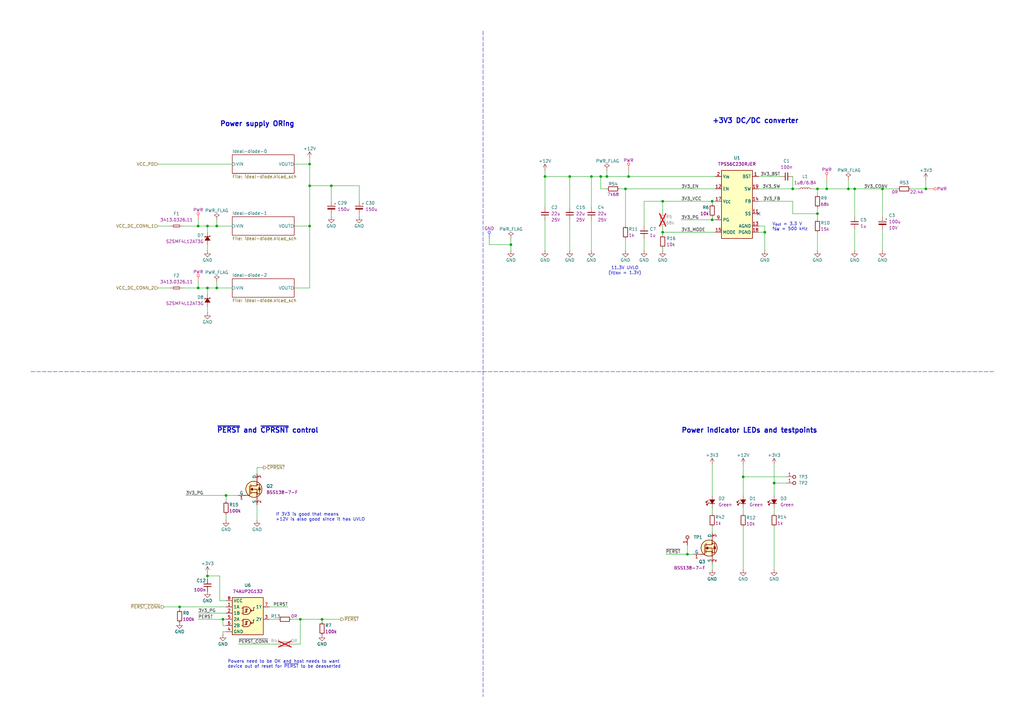
<source format=kicad_sch>
(kicad_sch (version 20250114) (generator "eeschema") (generator_version "9.0")
  (paper "A3")
  (title_block (title "OCuLink to PCIe adapter") (date "2025-06-18") (rev "1.0.0") (company "Antmicro Ltd") (comment 1 "www.antmicro.com"))
  (text "If 3V3 is good that means\n+12V is also good since it has UVLO" (at 113.03 212.09 0) (effects (font (size 1.27 1.27)) (justify left)))
  (text "Power supply ORing" (at 90.17 52.07 0) (effects (font (size 2 2) (thickness 0.4) (bold yes)) (justify left bottom)))
  (text "Powers need to be OK and host needs to want\ndevice out of reset for ~{PERST} to be deasserted" (at 93.345 272.415 0) (effects (font (size 1.27 1.27)) (justify left)))
  (text "V_{out} = 3.3 V\nf_{SW} = 500 kHz" (at 316.738 94.742 0) (effects (font (size 1.27 1.27)) (justify left bottom)))
  (text "+3V3 DC/DC converter" (at 292.1 50.8 0) (effects (font (size 2 2) (thickness 0.4) (bold yes)) (justify left bottom)))
  (text "11.3V UVLO\n(V_{ENH} = 1.3V)" (at 256.286 110.998 0) (effects (font (size 1.27 1.27))))
  (text "Power indicator LEDs and testpoints" (at 279.4 177.8 0) (effects (font (size 2 2) (thickness 0.4) (bold yes)) (justify left bottom)))
  (text "~{PERST} and ~{CPRSNT} control" (at 88.9 177.8 0) (effects (font (size 2 2) (thickness 0.4) (bold yes)) (justify left bottom)))
  (junction (at 292.1 90.17))
  (junction (at 81.28 92.71))
  (junction (at 350.52 77.47))
  (junction (at 248.92 72.39))
  (junction (at 233.68 72.39))
  (junction (at 81.28 118.11))
  (junction (at 242.57 72.39))
  (junction (at 127 76.2))
  (junction (at 88.9 92.71))
  (junction (at 271.78 95.25))
  (junction (at 246.38 72.39))
  (junction (at 91.44 254))
  (junction (at 335.28 87.63))
  (junction (at 88.9 118.11))
  (junction (at 335.28 77.47))
  (junction (at 73.66 248.92))
  (junction (at 313.69 95.25))
  (junction (at 257.81 72.39))
  (junction (at 271.78 82.55))
  (junction (at 85.09 118.11))
  (junction (at 317.5 198.12))
  (junction (at 361.95 77.47))
  (junction (at 127 67.31))
  (junction (at 379.73 77.47))
  (junction (at 256.54 77.47))
  (junction (at 123.19 254))
  (junction (at 304.8 195.58))
  (junction (at 85.09 236.22))
  (junction (at 92.71 203.2))
  (junction (at 292.1 82.55))
  (junction (at 85.09 92.71))
  (junction (at 127 92.71))
  (junction (at 223.52 72.39))
  (junction (at 209.55 100.33))
  (junction (at 135.89 76.2))
  (junction (at 132.08 254))
  (junction (at 281.94 227.33))
  (junction (at 347.98 77.47))
  (junction (at 339.09 77.47))
  (junction (at 325.12 77.47))
  (no_connect (at 311.15 87.63))
  (wire (pts (xy 91.44 259.08) (xy 92.71 259.08)))
  (wire (pts (xy 304.8 208.28) (xy 304.8 210.82)))
  (wire (pts (xy 313.69 102.87) (xy 313.69 95.25)))
  (wire (pts (xy 107.95 191.77) (xy 105.41 191.77)))
  (wire (pts (xy 76.2 203.2) (xy 92.71 203.2)))
  (wire (pts (xy 248.92 72.39) (xy 246.38 72.39)))
  (wire (pts (xy 311.15 95.25) (xy 313.69 95.25)))
  (wire (pts (xy 311.15 77.47) (xy 325.12 77.47)))
  (wire (pts (xy 379.73 73.66) (xy 379.73 77.47)))
  (wire (pts (xy 325.12 77.47) (xy 327.66 77.47)))
  (wire (pts (xy 379.73 77.47) (xy 373.38 77.47)))
  (wire (pts (xy 332.74 77.47) (xy 335.28 77.47)))
  (wire (pts (xy 325.12 87.63) (xy 335.28 87.63)))
  (wire (pts (xy 271.78 82.55) (xy 292.1 82.55)))
  (wire (pts (xy 292.1 208.28) (xy 292.1 210.82)))
  (wire (pts (xy 132.08 254) (xy 132.08 255.27)))
  (wire (pts (xy 292.1 233.68) (xy 292.1 231.14)))
  (wire (pts (xy 105.41 213.36) (xy 105.41 207.01)))
  (wire (pts (xy 335.28 77.47) (xy 335.28 80.01)))
  (wire (pts (xy 90.17 246.38) (xy 92.71 246.38)))
  (wire (pts (xy 292.1 88.9) (xy 292.1 90.17)))
  (wire (pts (xy 209.55 100.33) (xy 209.55 102.87)))
  (wire (pts (xy 88.9 118.11) (xy 95.25 118.11)))
  (wire (pts (xy 273.05 227.33) (xy 281.94 227.33)))
  (wire (pts (xy 64.77 118.11) (xy 69.85 118.11)))
  (wire (pts (xy 311.15 82.55) (xy 325.12 82.55)))
  (wire (pts (xy 92.71 203.2) (xy 97.79 203.2)))
  (wire (pts (xy 304.8 195.58) (xy 322.58 195.58)))
  (wire (pts (xy 313.69 92.71) (xy 313.69 95.25)))
  (wire (pts (xy 110.49 248.92) (xy 118.11 248.92)))
  (wire (pts (xy 200.66 100.33) (xy 209.55 100.33)))
  (wire (pts (xy 81.28 254) (xy 91.44 254)))
  (wire (pts (xy 257.81 72.39) (xy 293.37 72.39)))
  (wire (pts (xy 368.3 77.47) (xy 361.95 77.47)))
  (wire (pts (xy 256.54 77.47) (xy 293.37 77.47)))
  (wire (pts (xy 246.38 72.39) (xy 246.38 77.47)))
  (wire (pts (xy 88.9 115.57) (xy 88.9 118.11)))
  (wire (pts (xy 325.12 72.39) (xy 325.12 77.47)))
  (wire (pts (xy 90.17 236.22) (xy 90.17 246.38)))
  (wire (pts (xy 97.79 264.16) (xy 114.3 264.16)))
  (wire (pts (xy 317.5 208.28) (xy 317.5 210.82)))
  (wire (pts (xy 85.09 125.73) (xy 85.09 128.27)))
  (wire (pts (xy 81.28 92.71) (xy 81.28 90.17)))
  (wire (pts (xy 242.57 102.87) (xy 242.57 90.17)))
  (wire (pts (xy 325.12 82.55) (xy 325.12 87.63)))
  (wire (pts (xy 85.09 234.95) (xy 85.09 236.22)))
  (wire (pts (xy 91.44 260.35) (xy 91.44 259.08)))
  (wire (pts (xy 281.94 223.52) (xy 281.94 227.33)))
  (wire (pts (xy 292.1 82.55) (xy 293.37 82.55)))
  (wire (pts (xy 85.09 118.11) (xy 81.28 118.11)))
  (wire (pts (xy 256.54 97.79) (xy 256.54 102.87)))
  (wire (pts (xy 281.94 227.33) (xy 284.48 227.33)))
  (wire (pts (xy 120.65 67.31) (xy 127 67.31)))
  (wire (pts (xy 271.78 95.25) (xy 293.37 95.25)))
  (wire (pts (xy 135.89 87.63) (xy 135.89 88.9)))
  (wire (pts (xy 248.92 69.85) (xy 248.92 72.39)))
  (wire (pts (xy 127 92.71) (xy 127 118.11)))
  (wire (pts (xy 64.77 92.71) (xy 69.85 92.71)))
  (wire (pts (xy 64.77 67.31) (xy 95.25 67.31)))
  (wire (pts (xy 233.68 72.39) (xy 233.68 85.09)))
  (wire (pts (xy 271.78 101.6) (xy 271.78 102.87)))
  (wire (pts (xy 292.1 82.55) (xy 292.1 83.82)))
  (wire (pts (xy 74.93 92.71) (xy 81.28 92.71)))
  (wire (pts (xy 67.31 248.92) (xy 73.66 248.92)))
  (wire (pts (xy 88.9 92.71) (xy 95.25 92.71)))
  (wire (pts (xy 85.09 92.71) (xy 88.9 92.71)))
  (wire (pts (xy 335.28 85.09) (xy 335.28 87.63)))
  (wire (pts (xy 85.09 100.33) (xy 85.09 102.87)))
  (wire (pts (xy 73.66 248.92) (xy 92.71 248.92)))
  (wire (pts (xy 350.52 77.47) (xy 350.52 88.9)))
  (wire (pts (xy 271.78 82.55) (xy 271.78 87.63)))
  (wire (pts (xy 123.19 254) (xy 132.08 254)))
  (wire (pts (xy 361.95 77.47) (xy 361.95 88.9)))
  (wire (pts (xy 311.15 92.71) (xy 313.69 92.71)))
  (wire (pts (xy 271.78 92.71) (xy 271.78 95.25)))
  (wire (pts (xy 350.52 102.87) (xy 350.52 93.98)))
  (wire (pts (xy 257.81 69.85) (xy 257.81 72.39)))
  (wire (pts (xy 317.5 190.5) (xy 317.5 198.12)))
  (wire (pts (xy 81.28 251.46) (xy 92.71 251.46)))
  (wire (pts (xy 91.44 254) (xy 92.71 254)))
  (wire (pts (xy 88.9 90.17) (xy 88.9 92.71)))
  (wire (pts (xy 292.1 190.5) (xy 292.1 203.2)))
  (wire (pts (xy 123.19 264.16) (xy 123.19 254)))
  (wire (pts (xy 85.09 92.71) (xy 85.09 95.25)))
  (wire (pts (xy 119.38 254) (xy 123.19 254)))
  (wire (pts (xy 304.8 215.9) (xy 304.8 233.68)))
  (wire (pts (xy 254 77.47) (xy 256.54 77.47)))
  (wire (pts (xy 120.65 92.71) (xy 127 92.71)))
  (wire (pts (xy 110.49 254) (xy 114.3 254)))
  (wire (pts (xy 292.1 215.9) (xy 292.1 218.44)))
  (wire (pts (xy 246.38 72.39) (xy 242.57 72.39)))
  (wire (pts (xy 257.81 72.39) (xy 248.92 72.39)))
  (wire (pts (xy 335.28 95.25) (xy 335.28 102.87)))
  (wire (pts (xy 347.98 77.47) (xy 350.52 77.47)))
  (wire (pts (xy 292.1 90.17) (xy 293.37 90.17)))
  (wire (pts (xy 339.09 77.47) (xy 347.98 77.47)))
  (wire (pts (xy 85.09 236.22) (xy 85.09 237.49)))
  (wire (pts (xy 127 64.77) (xy 127 67.31)))
  (wire (pts (xy 85.09 118.11) (xy 88.9 118.11)))
  (wire (pts (xy 120.65 118.11) (xy 127 118.11)))
  (wire (pts (xy 279.4 90.17) (xy 292.1 90.17)))
  (wire (pts (xy 105.41 191.77) (xy 105.41 194.31)))
  (wire (pts (xy 91.44 254) (xy 91.44 256.54)))
  (wire (pts (xy 233.68 72.39) (xy 242.57 72.39)))
  (wire (pts (xy 317.5 198.12) (xy 322.58 198.12)))
  (wire (pts (xy 85.09 236.22) (xy 90.17 236.22)))
  (wire (pts (xy 242.57 72.39) (xy 242.57 85.09)))
  (wire (pts (xy 246.38 77.47) (xy 248.92 77.47)))
  (wire (pts (xy 74.93 118.11) (xy 81.28 118.11)))
  (wire (pts (xy 304.8 190.5) (xy 304.8 195.58)))
  (wire (pts (xy 304.8 195.58) (xy 304.8 203.2)))
  (wire (pts (xy 132.08 254) (xy 139.7 254)))
  (wire (pts (xy 200.66 97.79) (xy 200.66 100.33)))
  (wire (pts (xy 92.71 210.82) (xy 92.71 213.36)))
  (wire (pts (xy 233.68 102.87) (xy 233.68 90.17)))
  (wire (pts (xy 135.89 76.2) (xy 147.32 76.2)))
  (wire (pts (xy 350.52 77.47) (xy 361.95 77.47)))
  (wire (pts (xy 85.09 118.11) (xy 85.09 120.65)))
  (wire (pts (xy 127 76.2) (xy 127 92.71)))
  (wire (pts (xy 223.52 72.39) (xy 233.68 72.39)))
  (wire (pts (xy 271.78 82.55) (xy 264.16 82.55)))
  (wire (pts (xy 73.66 248.92) (xy 73.66 250.19)))
  (wire (pts (xy 147.32 76.2) (xy 147.32 82.55)))
  (wire (pts (xy 264.16 102.87) (xy 264.16 97.79)))
  (wire (pts (xy 361.95 102.87) (xy 361.95 93.98)))
  (wire (pts (xy 271.78 95.25) (xy 271.78 96.52)))
  (wire (pts (xy 127 67.31) (xy 127 76.2)))
  (wire (pts (xy 347.98 77.47) (xy 347.98 73.66)))
  (wire (pts (xy 339.09 73.66) (xy 339.09 77.47)))
  (wire (pts (xy 311.15 72.39) (xy 320.04 72.39)))
  (wire (pts (xy 223.52 90.17) (xy 223.52 102.87)))
  (wire (pts (xy 264.16 82.55) (xy 264.16 92.71)))
  (wire (pts (xy 81.28 92.71) (xy 85.09 92.71)))
  (wire (pts (xy 317.5 198.12) (xy 317.5 203.2)))
  (polyline (pts (xy 198.12 12.7) (xy 198.12 285.75)) (stroke (width 0) (type dash)))
  (wire (pts (xy 119.38 264.16) (xy 123.19 264.16)))
  (wire (pts (xy 127 76.2) (xy 135.89 76.2)))
  (wire (pts (xy 147.32 87.63) (xy 147.32 88.9)))
  (wire (pts (xy 335.28 87.63) (xy 335.28 90.17)))
  (wire (pts (xy 223.52 72.39) (xy 223.52 85.09)))
  (wire (pts (xy 256.54 77.47) (xy 256.54 92.71)))
  (wire (pts (xy 92.71 256.54) (xy 91.44 256.54)))
  (wire (pts (xy 92.71 203.2) (xy 92.71 205.74)))
  (wire (pts (xy 135.89 76.2) (xy 135.89 82.55)))
  (wire (pts (xy 335.28 77.47) (xy 339.09 77.47)))
  (polyline (pts (xy 12.7 152.4) (xy 407.67 152.4)) (stroke (width 0) (type dash)))
  (wire (pts (xy 81.28 118.11) (xy 81.28 115.57)))
  (wire (pts (xy 223.52 69.85) (xy 223.52 72.39)))
  (wire (pts (xy 317.5 215.9) (xy 317.5 233.68)))
  (wire (pts (xy 379.73 77.47) (xy 381 77.47)))
  (wire (pts (xy 209.55 97.79) (xy 209.55 100.33)))
  (label "3V3_FB" (at 320.04 82.55 180))
  (label "3V3_BST" (at 320.04 72.39 180))
  (label "~{PERST}" (at 273.05 227.33 0))
  (label "~{PERST_CONN}" (at 97.79 264.16 0))
  (label "3V3_SW" (at 320.04 77.47 180))
  (label "3V3_PG" (at 76.2 203.2 0))
  (label "3V3_CONV" (at 354.33 77.47 0))
  (label "3V3_MODE" (at 279.4 95.25 0))
  (label "3V3_EN" (at 279.4 77.47 0))
  (label "PERST" (at 81.28 254 0))
  (label "3V3_VCC" (at 279.4 82.55 0))
  (label "PERST" (at 118.11 248.92 180))
  (label "3V3_PG" (at 279.4 90.17 0))
  (label "3V3_PG" (at 81.28 251.46 0))
  (hierarchical_label "VCC_DC_CONN_1" (shape input) (at 64.77 92.71 180))
  (hierarchical_label "VCC_PD" (shape input) (at 64.77 67.31 180))
  (hierarchical_label "~{PERST}" (shape output) (at 139.7 254 0))
  (hierarchical_label "~{CPRSNT}" (shape output) (at 107.95 191.77 0))
  (hierarchical_label "~{PERST_CONN}" (shape input) (at 67.31 248.92 180))
  (hierarchical_label "VCC_DC_CONN_2" (shape input) (at 64.77 118.11 180))
  (netclass_flag "" (length 2.54) (shape round) (at 257.81 69.85 0) (property "Netclass" "PWR" (at 257.81 65.786 0)))
  (netclass_flag "" (length 2.54) (shape round) (at 200.66 97.79 0) (property "Netclass" "GND" (at 200.66 93.726 0)))
  (netclass_flag "" (length 2.54) (shape round) (at 81.28 90.17 0) (property "Netclass" "PWR" (at 81.28 86.106 0)))
  (netclass_flag "" (length 2.54) (shape round) (at 81.28 115.57 0) (property "Netclass" "PWR" (at 81.28 111.506 0)))
  (netclass_flag "" (length 2.54) (shape round) (at 339.09 73.66 0) (property "Netclass" "PWR" (at 339.09 69.596 0)))
  (netclass_flag "" (length 2.54) (shape round) (at 381 77.47 270) (property "Netclass" "PWR" (at 384.175 77.47 0) (effects (justify left))))
  (symbol (lib_id "antmicroFixedInductors:L_1u8_6.8A_WE-MAPI-4020") (at 327.66 77.47 0) (unit 1)
    (property "Reference" "L1" (at 330.2 72.39 0))
    (property "Value" "L_1u8_6.8A_WE-MAPI-4020" (effects (hide yes)))
    (property "Footprint" "antmicro-footprints:L_WE-MAPI-4020" (effects (hide yes)))
    (property "Datasheet" "https://www.we-online.com/components/products/datasheet/74438356018.pdf" (effects (hide yes)))
    (property "Description" "Power Inductors - SMD WE-MAPI 1.8uH 4.6A DCR=30mOhms AEC-Q200" (effects (hide yes)))
    (property "Val" "1u8/6.8A" (at 330.2 74.93 0))
    (property "Manufacturer" "Würth Elektronik" (effects (hide yes)))
    (property "MPN" "74438356018" (effects (hide yes)))
    (property "ISat" "6.5 A" (effects (hide yes)))
    (property "IMax" "6.8 A" (effects (hide yes)))
    (property "Size" "4.1x4.1mm" (effects (hide yes)))
    (property "Author" "Antmicro" (effects (hide yes)))
    (property "License" "Apache-2.0" (effects (hide yes)))
  )
  (symbol (lib_id "antmicropower:GND") (at 233.68 102.87 0) (mirror y) (unit 1)
    (property "Reference" "#PWR056" (effects (hide yes)))
    (property "Value" "GND" (at 233.68 106.68 0))
    (property "Author" "Antmicro" (effects (hide yes)))
    (property "License" "Apache-2.0" (effects (hide yes)))
  )
  (symbol (lib_id "antmicroResistors0402:R_15k_0402") (at 335.28 95.25 90) (unit 1)
    (property "Reference" "R10" (at 336.55 91.44 90) (effects (justify right)))
    (property "Value" "R_15k_0402" (effects (hide yes)))
    (property "Footprint" "antmicro-footprints:R_0402_1005Metric" (effects (hide yes)))
    (property "Datasheet" "https://www.bourns.com/docs/product-datasheets/cr.pdf" (effects (hide yes)))
    (property "Description" "SMD Chip Resistor, 15 kohm, ± 1%, 62.5 mW, 0402 [1005 Metric], Thick Film, General Purpose" (effects (hide yes)))
    (property "MPN" "CR0402-FX-1502GLF" (effects (hide yes)))
    (property "Manufacturer" "Bourns" (effects (hide yes)))
    (property "License" "Apache-2.0" (effects (hide yes)))
    (property "Author" "Antmicro" (effects (hide yes)))
    (property "Val" "15k" (at 336.55 93.98 90) (effects (justify right)))
    (property "Tolerance" "1%" (effects (hide yes)))
  )
  (symbol (lib_id "antmicropower:PWR_FLAG") (at 347.98 73.66 0) (unit 1)
    (property "Reference" "#FLG01" (effects (hide yes)))
    (property "Value" "PWR_FLAG" (at 348.234 69.85 0))
  )
  (symbol (lib_id "antmicropower:GND") (at 292.1 233.68 0) (mirror y) (unit 1)
    (property "Reference" "#PWR055" (effects (hide yes)))
    (property "Value" "GND" (at 292.1 237.49 0))
    (property "Author" "Antmicro" (effects (hide yes)))
    (property "License" "Apache-2.0" (effects (hide yes)))
  )
  (symbol (lib_id "antmicroTransistorsFETsMOSFETsSingle:BSS138-7-F") (at 284.48 227.33 0) (unit 1)
    (property "Reference" "Q3" (at 289.306 230.378 0) (effects (justify right)))
    (property "Value" "BSS138-7-F" (effects (hide yes)))
    (property "Footprint" "antmicro-footprints:SOT-23-3" (effects (hide yes)))
    (property "Datasheet" "https://www.diodes.com/assets/Datasheets/ds30144.pdf" (effects (hide yes)))
    (property "Description" "Power MOSFET, N Channel, 50 V, 200 mA, 1.4 ohm, SOT-23, Surface Mount" (effects (hide yes)))
    (property "MPN" "BSS138-7-F" (at 289.306 232.918 0) (effects (justify right)))
    (property "Manufacturer" "Diodes Incorporated" (effects (hide yes)))
    (property "Author" "Antmicro" (effects (hide yes)))
    (property "License" "Apache-2.0" (effects (hide yes)))
  )
  (symbol (lib_id "antmicroResistors0402:R_0R_0402") (at 114.3 264.16 0) (unit 1) (dnp yes)
    (property "Reference" "R41" (at 113.03 262.89 0))
    (property "Value" "R_0R_0402" (effects (hide yes)))
    (property "Footprint" "antmicro-footprints:R_0402_1005Metric" (effects (hide yes)))
    (property "Datasheet" "https://industrial.panasonic.com/cdbs/www-data/pdf/RDA0000/AOA0000C301.pdf" (effects (hide yes)))
    (property "Description" "SMD Chip Resistor, Jumper, 0 ohm, 100 mW, 0402 [1005 Metric], Thick Film, General Purpose" (effects (hide yes)))
    (property "MPN" "ERJ2GE0R00X" (effects (hide yes)))
    (property "Manufacturer" "Panasonic" (effects (hide yes)))
    (property "License" "Apache-2.0" (effects (hide yes)))
    (property "Author" "Antmicro" (effects (hide yes)))
    (property "Val" "0R" (at 120.65 262.89 0))
    (property "Current" "1A" (effects (hide yes)))
  )
  (symbol (lib_id "antmicropower:+12V_AON") (at 127 64.77 0) (unit 1)
    (property "Reference" "#PWR085" (effects (hide yes)))
    (property "Value" "+12V" (at 127 60.96 0))
  )
  (symbol (lib_id "antmicropower:GND") (at 335.28 102.87 0) (mirror y) (unit 1)
    (property "Reference" "#PWR019" (effects (hide yes)))
    (property "Value" "GND" (at 335.28 106.68 0))
    (property "Author" "Antmicro" (effects (hide yes)))
    (property "License" "Apache-2.0" (effects (hide yes)))
  )
  (symbol (lib_id "antmicroResistors0402:R_68k_0402") (at 335.28 85.09 90) (unit 1)
    (property "Reference" "R9" (at 336.55 81.28 90) (effects (justify right)))
    (property "Value" "R_68k_0402" (effects (hide yes)))
    (property "Footprint" "antmicro-footprints:R_0402_1005Metric" (effects (hide yes)))
    (property "Datasheet" "https://www.bourns.com/docs/product-datasheets/cr.pdf" (effects (hide yes)))
    (property "Description" "SMD Chip Resistor" (effects (hide yes)))
    (property "MPN" "CR0402-FX-6802GLF" (effects (hide yes)))
    (property "Manufacturer" "Bourns" (effects (hide yes)))
    (property "License" "Apache-2.0" (effects (hide yes)))
    (property "Author" "Antmicro" (effects (hide yes)))
    (property "Val" "68k" (at 336.55 83.82 90) (effects (justify right)))
    (property "Tolerance" "1%" (effects (hide yes)))
  )
  (symbol (lib_id "antmicroTestPoints:TP_0.75mm_SMD") (at 322.58 195.58 0) (unit 1) (in_bom no)
    (property "Reference" "TP3" (at 327.66 195.58 0) (effects (justify left)))
    (property "Value" "TP_0.75mm_SMD" (effects (hide yes)))
    (property "Footprint" "antmicro-footprints:TP_SMD_0.75mm" (effects (hide yes)))
    (property "Description" "SMT test point" (effects (hide yes)))
    (property "Author" "Antmicro" (effects (hide yes)))
    (property "License" "Apache-2.0" (effects (hide yes)))
  )
  (symbol (lib_id "antmicroResistors0402:R_100k_0402") (at 132.08 260.35 90) (unit 1)
    (property "Reference" "R7" (at 133.35 256.54 90) (effects (justify right)))
    (property "Value" "R_100k_0402" (effects (hide yes)))
    (property "Footprint" "antmicro-footprints:R_0402_1005Metric" (effects (hide yes)))
    (property "Datasheet" "https://www.bourns.com/docs/product-datasheets/cr.pdf" (effects (hide yes)))
    (property "Description" "SMD Chip Resistor, 100 kohm, ± 1%, 62.5 mW, 0402 [1005 Metric], Thick Film, General Purpose" (effects (hide yes)))
    (property "MPN" "CR0402-FX-1003GLF" (effects (hide yes)))
    (property "Manufacturer" "Bourns" (effects (hide yes)))
    (property "License" "Apache-2.0" (effects (hide yes)))
    (property "Author" "Antmicro" (effects (hide yes)))
    (property "Val" "100k" (at 133.35 259.08 90) (effects (justify right)))
    (property "Tolerance" "1%" (effects (hide yes)))
  )
  (symbol (lib_id "antmicroLEDIndicationDiscrete:LED_G_0603_LTST-C190GKT") (at 292.1 208.28 90) (unit 1)
    (property "Reference" "D2" (at 294.64 204.47 90) (effects (justify right)))
    (property "Value" "LED_G_0603_LTST-C190GKT" (effects (hide yes)))
    (property "Footprint" "antmicro-footprints:LED_0603_1608Metric_G" (effects (hide yes)))
    (property "Datasheet" "https://media.digikey.com/pdf/Data%20Sheets/Lite-On%20PDFs/LTST-C190GKT.pdf" (effects (hide yes)))
    (property "Description" "LED, Green, SMD, 0603, 20 mA, 2.1 V, 569 nm" (effects (hide yes)))
    (property "MPN" "LTST-C190GKT" (effects (hide yes)))
    (property "Manufacturer" "Lite-On" (effects (hide yes)))
    (property "Color" "Green" (at 294.64 207.0099 90) (effects (justify right)))
    (property "Author" "Antmicro" (effects (hide yes)))
    (property "License" "Apache-2.0" (effects (hide yes)))
  )
  (symbol (lib_id "antmicroFuses:F_7A_1206") (at 69.85 118.11 0) (unit 1)
    (property "Reference" "F2" (at 72.39 113.03 0))
    (property "Value" "F_7A_1206" (effects (hide yes)))
    (property "Footprint" "antmicro-footprints:F_1206_3216Metric" (effects (hide yes)))
    (property "Datasheet" "https://us.schurter.com/pdf/english/typ_UST_1206.pdf" (effects (hide yes)))
    (property "Description" "7 A 32 V AC 63 V DC Fuse Board Mount (Cartridge Style Excluded) Surface Mount 1206 (3216 Metric)" (effects (hide yes)))
    (property "Manufacturer" "Schurter" (effects (hide yes)))
    (property "MPN" "3413.0326.11" (at 72.39 115.57 0))
    (property "Author" "Antmicro" (effects (hide yes)))
    (property "License" "Apache-2.0" (effects (hide yes)))
  )
  (symbol (lib_id "antmicropower:GND") (at 85.09 242.57 0) (mirror y) (unit 1)
    (property "Reference" "#PWR026" (effects (hide yes)))
    (property "Value" "GND" (at 85.09 246.38 0))
    (property "Author" "Antmicro" (effects (hide yes)))
    (property "License" "Apache-2.0" (effects (hide yes)))
  )
  (symbol (lib_id "antmicroCapacitorspol:C_Pol_150u_30V_Vishay-T59-EE") (at 135.89 82.55 270) (unit 1)
    (property "Reference" "C29" (at 138.43 83.2866 90) (effects (justify left)))
    (property "Value" "C_Pol_150u_30V_Vishay-T59-EE" (effects (hide yes)))
    (property "Footprint" "antmicro-footprints:C_Pol_Vishay-T59-EE" (effects (hide yes)))
    (property "Datasheet" "https://www.vishay.com/docs/40191/t59.pdf" (effects (hide yes)))
    (property "Description" "Tantalum Capacitors - Polymer 150uF 30volts 20% 75mohms maxESR" (effects (hide yes)))
    (property "MPN" "T59EE157M030C0075" (effects (hide yes)))
    (property "Manufacturer" "Vishay" (effects (hide yes)))
    (property "Voltage" "30V" (effects (hide yes)))
    (property "Val" "150u" (at 138.43 85.8266 90) (effects (justify left)))
    (property "Author" "Antmicro" (effects (hide yes)))
    (property "License" "Apache-2.0" (effects (hide yes)))
    (property "Dielectric" "template_dielectric" (effects (hide yes)))
  )
  (symbol (lib_id "antmicroResistors0402:R_1k_0402") (at 292.1 215.9 90) (unit 1)
    (property "Reference" "R42" (at 293.37 212.09 90) (effects (justify right)))
    (property "Value" "R_1k_0402" (effects (hide yes)))
    (property "Footprint" "antmicro-footprints:R_0402_1005Metric" (effects (hide yes)))
    (property "Datasheet" "https://www.bourns.com/docs/product-datasheets/cr.pdf" (effects (hide yes)))
    (property "Description" "SMD Chip Resistor, 1 kohm, ± 1%, 63 mW, 0402 [1005 Metric], Thick Film, General Purpose" (effects (hide yes)))
    (property "MPN" "CR0402-FX-1001GLF" (effects (hide yes)))
    (property "Manufacturer" "Bourns" (effects (hide yes)))
    (property "License" "Apache-2.0" (effects (hide yes)))
    (property "Author" "Antmicro" (effects (hide yes)))
    (property "Val" "1k" (at 293.37 214.63 90) (effects (justify right)))
    (property "Tolerance" "1%" (effects (hide yes)))
  )
  (symbol (lib_id "antmicropower:GND") (at 73.66 255.27 0) (mirror y) (unit 1)
    (property "Reference" "#PWR023" (effects (hide yes)))
    (property "Value" "GND" (at 73.66 259.08 0))
    (property "Author" "Antmicro" (effects (hide yes)))
    (property "License" "Apache-2.0" (effects (hide yes)))
  )
  (symbol (lib_id "antmicropower:+12V_AON") (at 304.8 190.5 0) (unit 1)
    (property "Reference" "#PWR022" (effects (hide yes)))
    (property "Value" "+12V" (at 304.8 186.69 0))
  )
  (symbol (lib_id "antmicropower:GND") (at 317.5 233.68 0) (mirror y) (unit 1)
    (property "Reference" "#PWR029" (effects (hide yes)))
    (property "Value" "GND" (at 317.5 237.49 0))
    (property "Author" "Antmicro" (effects (hide yes)))
    (property "License" "Apache-2.0" (effects (hide yes)))
  )
  (symbol (lib_id "antmicropower:+12V_AON") (at 223.52 69.85 0) (unit 1)
    (property "Reference" "#PWR011" (effects (hide yes)))
    (property "Value" "+12V" (at 223.52 66.04 0))
  )
  (symbol (lib_id "antmicropower:+3V3") (at 85.09 234.95 0) (unit 1)
    (property "Reference" "#PWR025" (effects (hide yes)))
    (property "Value" "+3V3" (at 85.09 231.14 0))
    (property "Author" "Antmicro" (effects (hide yes)))
    (property "License" "Apache-2.0" (effects (hide yes)))
  )
  (symbol (lib_id "antmicropower:+3V3") (at 292.1 190.5 0) (unit 1)
    (property "Reference" "#PWR040" (effects (hide yes)))
    (property "Value" "+3V3" (at 292.1 186.69 0))
    (property "Author" "Antmicro" (effects (hide yes)))
    (property "License" "Apache-2.0" (effects (hide yes)))
  )
  (symbol (lib_id "antmicroResistors0402:R_10k_0402") (at 304.8 215.9 90) (unit 1)
    (property "Reference" "R12" (at 306.07 212.344 90) (effects (justify right)))
    (property "Value" "R_10k_0402" (effects (hide yes)))
    (property "Footprint" "antmicro-footprints:R_0402_1005Metric" (effects (hide yes)))
    (property "Datasheet" "https://www.bourns.com/docs/product-datasheets/cr.pdf" (effects (hide yes)))
    (property "Description" "SMD Chip Resistor, 10 kohm, ± 1%, 62.5 mW, 0402 [1005 Metric], Thick Film, General Purpose" (effects (hide yes)))
    (property "MPN" "CR0402-FX-1002GLF" (effects (hide yes)))
    (property "Manufacturer" "Bourns" (effects (hide yes)))
    (property "License" "Apache-2.0" (effects (hide yes)))
    (property "Author" "Antmicro" (effects (hide yes)))
    (property "Val" "10k" (at 306.07 214.884 90) (effects (justify right)))
    (property "Tolerance" "1%" (effects (hide yes)))
  )
  (symbol (lib_id "antmicroTestPoints:TP_0.75mm_SMD") (at 322.58 198.12 0) (unit 1) (in_bom no)
    (property "Reference" "TP2" (at 327.66 198.12 0) (effects (justify left)))
    (property "Value" "TP_0.75mm_SMD" (effects (hide yes)))
    (property "Footprint" "antmicro-footprints:TP_SMD_0.75mm" (effects (hide yes)))
    (property "Description" "SMT test point" (effects (hide yes)))
    (property "Author" "Antmicro" (effects (hide yes)))
    (property "License" "Apache-2.0" (effects (hide yes)))
  )
  (symbol (lib_id "antmicroResistors0402:R_10k_0402") (at 292.1 83.82 270) (unit 1)
    (property "Reference" "R6" (at 290.83 85.09 90) (effects (justify right)))
    (property "Value" "R_10k_0402" (effects (hide yes)))
    (property "Footprint" "antmicro-footprints:R_0402_1005Metric" (effects (hide yes)))
    (property "Datasheet" "https://www.bourns.com/docs/product-datasheets/cr.pdf" (effects (hide yes)))
    (property "Description" "SMD Chip Resistor, 10 kohm, ± 1%, 62.5 mW, 0402 [1005 Metric], Thick Film, General Purpose" (effects (hide yes)))
    (property "MPN" "CR0402-FX-1002GLF" (effects (hide yes)))
    (property "Manufacturer" "Bourns" (effects (hide yes)))
    (property "License" "Apache-2.0" (effects (hide yes)))
    (property "Author" "Antmicro" (effects (hide yes)))
    (property "Val" "10k" (at 290.83 87.63 90) (effects (justify right)))
    (property "Tolerance" "1%" (effects (hide yes)))
  )
  (symbol (lib_id "antmicropower:+3V3") (at 317.5 190.5 0) (unit 1)
    (property "Reference" "#PWR024" (effects (hide yes)))
    (property "Value" "+3V3" (at 317.5 186.69 0))
    (property "Author" "Antmicro" (effects (hide yes)))
    (property "License" "Apache-2.0" (effects (hide yes)))
  )
  (symbol (lib_id "antmicropower:PWR_FLAG") (at 88.9 115.57 0) (unit 1)
    (property "Reference" "#FLG03" (effects (hide yes)))
    (property "Value" "PWR_FLAG" (at 88.9 111.76 0))
  )
  (symbol (lib_id "antmicropower:PWR_FLAG") (at 248.92 69.85 0) (unit 1)
    (property "Reference" "#FLG04" (effects (hide yes)))
    (property "Value" "PWR_FLAG" (at 249.174 66.04 0))
  )
  (symbol (lib_id "antmicropower:GND") (at 361.95 102.87 0) (unit 1)
    (property "Reference" "#PWR021" (effects (hide yes)))
    (property "Value" "GND" (at 361.95 106.68 0))
    (property "Author" "Antmicro" (effects (hide yes)))
    (property "License" "Apache-2.0" (effects (hide yes)))
  )
  (symbol (lib_id "antmicropower:GND") (at 209.55 102.87 0) (mirror y) (unit 1)
    (property "Reference" "#PWR086" (effects (hide yes)))
    (property "Value" "GND" (at 209.55 106.68 0))
    (property "Author" "Antmicro" (effects (hide yes)))
    (property "License" "Apache-2.0" (effects (hide yes)))
  )
  (symbol (lib_id "antmicroCapacitors0402:C_100n_0402") (at 85.09 242.57 90) (unit 1)
    (property "Reference" "C12" (at 84.455 238.125 90) (effects (justify left)))
    (property "Value" "C_100n_0402" (effects (hide yes)))
    (property "Footprint" "antmicro-footprints:C_0402_1005Metric" (effects (hide yes)))
    (property "Datasheet" "https://www.murata.com/products/productdetail?partno=GRM155R61H104KE14%23" (effects (hide yes)))
    (property "Description" "SMD Multilayer Ceramic Capacitor, 0.1 µF, 50 V, 0402 [1005 Metric], ± 10%, X5R, GRM Series" (effects (hide yes)))
    (property "MPN" "GRM155R61H104KE14D" (effects (hide yes)))
    (property "Manufacturer" "Murata" (effects (hide yes)))
    (property "License" "Apache-2.0" (effects (hide yes)))
    (property "Author" "Antmicro" (effects (hide yes)))
    (property "Val" "100n" (at 84.455 241.935 90) (effects (justify left)))
    (property "Voltage" "50V" (effects (hide yes)))
    (property "Dielectric" "X5R" (effects (hide yes)))
  )
  (symbol (lib_id "antmicropower:GND") (at 92.71 213.36 0) (mirror y) (unit 1)
    (property "Reference" "#PWR032" (effects (hide yes)))
    (property "Value" "GND" (at 92.71 217.17 0))
    (property "Author" "Antmicro" (effects (hide yes)))
    (property "License" "Apache-2.0" (effects (hide yes)))
  )
  (symbol (lib_id "antmicropower:PWR_FLAG") (at 88.9 90.17 0) (unit 1)
    (property "Reference" "#FLG06" (effects (hide yes)))
    (property "Value" "PWR_FLAG" (at 88.9 86.36 0))
  )
  (symbol (lib_id "antmicropower:GND") (at 313.69 102.87 0) (mirror y) (unit 1)
    (property "Reference" "#PWR018" (effects (hide yes)))
    (property "Value" "GND" (at 313.69 106.68 0))
    (property "Author" "Antmicro" (effects (hide yes)))
    (property "License" "Apache-2.0" (effects (hide yes)))
  )
  (symbol (lib_id "antmicropower:GND") (at 271.78 102.87 0) (mirror y) (unit 1)
    (property "Reference" "#PWR017" (effects (hide yes)))
    (property "Value" "GND" (at 271.78 106.68 0))
    (property "Author" "Antmicro" (effects (hide yes)))
    (property "License" "Apache-2.0" (effects (hide yes)))
  )
  (symbol (lib_id "antmicroLogicGatesandInverters:74AUP2G132") (at 92.71 246.38 0) (unit 1)
    (property "Reference" "U6" (at 101.6 240.03 0))
    (property "Value" "74AUP2G132" (effects (hide yes)))
    (property "Footprint" "antmicro-footprints:VSSOP-8_2.3x2mm_P0.5mm" (effects (hide yes)))
    (property "Datasheet" "https://assets.nexperia.com/documents/data-sheet/74AUP2G132.pdf" (effects (hide yes)))
    (property "Description" "Low-power dual 2-input NAND Schmitt trigger" (effects (hide yes)))
    (property "Manufacturer" "Nexperia" (effects (hide yes)))
    (property "MPN" "74AUP2G132" (at 101.6 242.57 0))
    (property "Author" "Antmicro" (effects (hide yes)))
    (property "License" "Apache-2.0" (effects (hide yes)))
  )
  (symbol (lib_id "antmicroResistors0402:R_68k_0402") (at 271.78 92.71 90) (unit 1) (in_bom no) (dnp yes)
    (property "Reference" "R5" (at 273.05 88.9 90) (effects (justify right)))
    (property "Value" "R_68k_0402" (effects (hide yes)))
    (property "Footprint" "antmicro-footprints:R_0402_1005Metric" (effects (hide yes)))
    (property "Datasheet" "https://www.bourns.com/docs/product-datasheets/cr.pdf" (effects (hide yes)))
    (property "Description" "SMD Chip Resistor" (effects (hide yes)))
    (property "MPN" "CR0402-FX-6802GLF" (effects (hide yes)))
    (property "Manufacturer" "Bourns" (effects (hide yes)))
    (property "License" "Apache-2.0" (effects (hide yes)))
    (property "Author" "Antmicro" (effects (hide yes)))
    (property "Val" "68k" (at 273.05 91.44 90) (effects (justify right)))
    (property "Tolerance" "1%" (effects (hide yes)))
  )
  (symbol (lib_id "antmicropower:GND") (at 256.54 102.87 0) (mirror y) (unit 1)
    (property "Reference" "#PWR015" (effects (hide yes)))
    (property "Value" "GND" (at 256.54 106.68 0))
    (property "Author" "Antmicro" (effects (hide yes)))
    (property "License" "Apache-2.0" (effects (hide yes)))
  )
  (symbol (lib_id "antmicroCapacitors0402:C_100n_0402") (at 320.04 72.39 0) (unit 1)
    (property "Reference" "C1" (at 322.5863 66.04 0))
    (property "Value" "C_100n_0402" (effects (hide yes)))
    (property "Footprint" "antmicro-footprints:C_0402_1005Metric" (effects (hide yes)))
    (property "Datasheet" "https://www.murata.com/products/productdetail?partno=GRM155R61H104KE14%23" (effects (hide yes)))
    (property "Description" "SMD Multilayer Ceramic Capacitor, 0.1 µF, 50 V, 0402 [1005 Metric], ± 10%, X5R, GRM Series" (effects (hide yes)))
    (property "MPN" "GRM155R61H104KE14D" (effects (hide yes)))
    (property "Manufacturer" "Murata" (effects (hide yes)))
    (property "License" "Apache-2.0" (effects (hide yes)))
    (property "Author" "Antmicro" (effects (hide yes)))
    (property "Val" "100n" (at 322.5863 68.58 0))
    (property "Voltage" "50V" (effects (hide yes)))
    (property "Dielectric" "X5R" (effects (hide yes)))
  )
  (symbol (lib_id "antmicroResistors0402:R_100k_0402") (at 73.66 255.27 90) (unit 1)
    (property "Reference" "R8" (at 74.93 251.46 90) (effects (justify right)))
    (property "Value" "R_100k_0402" (effects (hide yes)))
    (property "Footprint" "antmicro-footprints:R_0402_1005Metric" (effects (hide yes)))
    (property "Datasheet" "https://www.bourns.com/docs/product-datasheets/cr.pdf" (effects (hide yes)))
    (property "Description" "SMD Chip Resistor, 100 kohm, ± 1%, 62.5 mW, 0402 [1005 Metric], Thick Film, General Purpose" (effects (hide yes)))
    (property "MPN" "CR0402-FX-1003GLF" (effects (hide yes)))
    (property "Manufacturer" "Bourns" (effects (hide yes)))
    (property "License" "Apache-2.0" (effects (hide yes)))
    (property "Author" "Antmicro" (effects (hide yes)))
    (property "Val" "100k" (at 74.93 254 90) (effects (justify right)))
    (property "Tolerance" "1%" (effects (hide yes)))
  )
  (symbol (lib_id "antmicroDCDCConverters:TPS56C230") (at 293.37 72.39 0) (unit 1)
    (property "Reference" "U1" (at 302.26 64.77 0))
    (property "Value" "TPS56C230" (effects (hide yes)))
    (property "Footprint" "antmicro-footprints:QFN-20-1EP_3x3mm_P0.45mm" (effects (hide yes)))
    (property "Datasheet" "https://www.ti.com/lit/ds/symlink/tps56c230.pdf" (effects (hide yes)))
    (property "Description" "DC/DC converter" (effects (hide yes)))
    (property "Manufacturer" "Texas Instruments" (effects (hide yes)))
    (property "MPN" "TPS56C230RJER" (at 302.26 67.31 0))
    (property "Author" "Antmicro" (effects (hide yes)))
    (property "License" "Apache-2.0" (effects (hide yes)))
  )
  (symbol (lib_id "antmicropower:GND") (at 135.89 88.9 0) (unit 1)
    (property "Reference" "#PWR076" (effects (hide yes)))
    (property "Value" "GND" (at 135.89 92.71 0))
    (property "Author" "Antmicro" (effects (hide yes)))
    (property "License" "Apache-2.0" (effects (hide yes)))
  )
  (symbol (lib_id "antmicroTVSDiodes:SZSMF4L14AT3G") (at 85.09 120.65 270) (unit 1)
    (property "Reference" "D8" (at 83.566 121.92 90) (effects (justify right)))
    (property "Value" "SZSMF4L14AT3G" (effects (hide yes)))
    (property "Footprint" "antmicro-footprints:SOD-123FL" (effects (hide yes)))
    (property "Datasheet" "https://www.mouser.com/datasheet/2/240/media-3320461.pdf" (effects (hide yes)))
    (property "Description" "ESD, TVS Diode, 14V, UNI, 400W, SOD-123FL" (effects (hide yes)))
    (property "MPN" "SZSMF4L12AT3G" (at 83.566 124.46 90) (effects (justify right)))
    (property "Author" "Antmicro" (effects (hide yes)))
    (property "License" "Apache-2.0" (effects (hide yes)))
    (property "Manufacturer" "Littelfuse" (effects (hide yes)))
  )
  (symbol (lib_id "antmicroTVSDiodes:SZSMF4L14AT3G") (at 85.09 95.25 270) (unit 1)
    (property "Reference" "D7" (at 83.566 96.52 90) (effects (justify right)))
    (property "Value" "SZSMF4L14AT3G" (effects (hide yes)))
    (property "Footprint" "antmicro-footprints:SOD-123FL" (effects (hide yes)))
    (property "Datasheet" "https://www.mouser.com/datasheet/2/240/media-3320461.pdf" (effects (hide yes)))
    (property "Description" "ESD, TVS Diode, 14V, UNI, 400W, SOD-123FL" (effects (hide yes)))
    (property "MPN" "SZSMF4L12AT3G" (at 83.566 99.06 90) (effects (justify right)))
    (property "Author" "Antmicro" (effects (hide yes)))
    (property "License" "Apache-2.0" (effects (hide yes)))
    (property "Manufacturer" "Littelfuse" (effects (hide yes)))
  )
  (symbol (lib_id "antmicropower:GND") (at 223.52 102.87 0) (mirror y) (unit 1)
    (property "Reference" "#PWR013" (effects (hide yes)))
    (property "Value" "GND" (at 223.52 106.68 0))
    (property "Author" "Antmicro" (effects (hide yes)))
    (property "License" "Apache-2.0" (effects (hide yes)))
  )
  (symbol (lib_id "antmicroTransistorsFETsMOSFETsSingle:BSS138-7-F") (at 97.79 203.2 0) (unit 1)
    (property "Reference" "Q2" (at 109.22 199.39 0) (effects (justify left)))
    (property "Value" "BSS138-7-F" (effects (hide yes)))
    (property "Footprint" "antmicro-footprints:SOT-23-3" (effects (hide yes)))
    (property "Datasheet" "https://www.diodes.com/assets/Datasheets/ds30144.pdf" (effects (hide yes)))
    (property "Description" "Power MOSFET, N Channel, 50 V, 200 mA, 1.4 ohm, SOT-23, Surface Mount" (effects (hide yes)))
    (property "MPN" "BSS138-7-F" (at 109.22 201.93 0) (effects (justify left)))
    (property "Manufacturer" "Diodes Incorporated" (effects (hide yes)))
    (property "Author" "Antmicro" (effects (hide yes)))
    (property "License" "Apache-2.0" (effects (hide yes)))
  )
  (symbol (lib_id "antmicroTestPoints:TP_0.75mm_SMD") (at 281.94 223.52 90) (unit 1) (in_bom no)
    (property "Reference" "TP1" (at 284.48 220.345 90) (effects (justify right)))
    (property "Value" "TP_0.75mm_SMD" (effects (hide yes)))
    (property "Footprint" "antmicro-footprints:TP_SMD_0.75mm" (effects (hide yes)))
    (property "Description" "SMT test point" (effects (hide yes)))
    (property "Author" "Antmicro" (effects (hide yes)))
    (property "License" "Apache-2.0" (effects (hide yes)))
  )
  (symbol (lib_id "antmicropower:GND") (at 132.08 260.35 0) (mirror y) (unit 1)
    (property "Reference" "#PWR031" (effects (hide yes)))
    (property "Value" "GND" (at 132.08 264.16 0))
    (property "Author" "Antmicro" (effects (hide yes)))
    (property "License" "Apache-2.0" (effects (hide yes)))
  )
  (symbol (lib_id "antmicroResistors0402:R_7k68_0402") (at 248.92 77.47 0) (unit 1)
    (property "Reference" "R54" (at 251.46 75.438 0))
    (property "Value" "R_7k68_0402" (effects (hide yes)))
    (property "Footprint" "antmicro-footprints:R_0402_1005Metric" (effects (hide yes)))
    (property "Datasheet" "https://www.bourns.com/docs/product-datasheets/cr.pdf" (effects (hide yes)))
    (property "Description" "SMD Chip Resistor" (effects (hide yes)))
    (property "MPN" "CR0402-FX-7681GLF" (effects (hide yes)))
    (property "Manufacturer" "Bourns" (effects (hide yes)))
    (property "License" "Apache-2.0" (effects (hide yes)))
    (property "Author" "Antmicro" (effects (hide yes)))
    (property "Val" "7k68" (at 251.46 79.756 0))
    (property "Tolerance" "1%" (effects (hide yes)))
  )
  (symbol (lib_id "antmicropower:GND") (at 91.44 260.35 0) (mirror y) (unit 1)
    (property "Reference" "#PWR028" (effects (hide yes)))
    (property "Value" "GND" (at 91.44 264.16 0))
    (property "Author" "Antmicro" (effects (hide yes)))
    (property "License" "Apache-2.0" (effects (hide yes)))
  )
  (symbol (lib_id "antmicroCapacitorsmisc:C_22u_25V_0805") (at 233.68 90.17 90) (unit 1)
    (property "Reference" "C15" (at 236.22 85.0836 90) (effects (justify right)))
    (property "Value" "C_22u_25V_0805" (effects (hide yes)))
    (property "Footprint" "antmicro-footprints:C_0805_2012Metric" (effects (hide yes)))
    (property "Datasheet" "https://product.samsungsem.com/mlcc/CL21A226MAYNNN.do" (effects (hide yes)))
    (property "Description" "SMT Multilayer Ceramic Capacitor, 22uF, +/-20%, 25V, X5R, 0805 [2012 Metric]" (effects (hide yes)))
    (property "MPN" "CL21A226MAYNNNE" (effects (hide yes)))
    (property "Manufacturer" "Samsung Electro-Mechanics" (effects (hide yes)))
    (property "License" "Apache-2.0" (effects (hide yes)))
    (property "Author" "Antmicro" (effects (hide yes)))
    (property "Val" "22u" (at 236.22 87.6236 90) (effects (justify right)))
    (property "Voltage" "25V" (at 236.22 90.1635 90) (effects (justify right)))
    (property "Dielectric" "X5R" (effects (hide yes)))
    (property "Public" "False" (effects (hide yes)))
  )
  (symbol (lib_id "antmicroFuses:F_7A_1206") (at 69.85 92.71 0) (unit 1)
    (property "Reference" "F1" (at 72.39 87.63 0))
    (property "Value" "F_7A_1206" (effects (hide yes)))
    (property "Footprint" "antmicro-footprints:F_1206_3216Metric" (effects (hide yes)))
    (property "Datasheet" "https://us.schurter.com/pdf/english/typ_UST_1206.pdf" (effects (hide yes)))
    (property "Description" "7 A 32 V AC 63 V DC Fuse Board Mount (Cartridge Style Excluded) Surface Mount 1206 (3216 Metric)" (effects (hide yes)))
    (property "Manufacturer" "Schurter" (effects (hide yes)))
    (property "MPN" "3413.0326.11" (at 72.39 90.17 0))
    (property "Author" "Antmicro" (effects (hide yes)))
    (property "License" "Apache-2.0" (effects (hide yes)))
  )
  (symbol (lib_id "antmicropower:GND") (at 105.41 213.36 0) (mirror y) (unit 1)
    (property "Reference" "#PWR030" (effects (hide yes)))
    (property "Value" "GND" (at 105.41 217.17 0))
    (property "Author" "Antmicro" (effects (hide yes)))
    (property "License" "Apache-2.0" (effects (hide yes)))
  )
  (symbol (lib_id "antmicroCapacitorsmisc:C_22u_25V_0805") (at 223.52 90.17 90) (unit 1)
    (property "Reference" "C2" (at 226.06 85.0836 90) (effects (justify right)))
    (property "Value" "C_22u_25V_0805" (effects (hide yes)))
    (property "Footprint" "antmicro-footprints:C_0805_2012Metric" (effects (hide yes)))
    (property "Datasheet" "https://product.samsungsem.com/mlcc/CL21A226MAYNNN.do" (effects (hide yes)))
    (property "Description" "SMT Multilayer Ceramic Capacitor, 22uF, +/-20%, 25V, X5R, 0805 [2012 Metric]" (effects (hide yes)))
    (property "MPN" "CL21A226MAYNNNE" (effects (hide yes)))
    (property "Manufacturer" "Samsung Electro-Mechanics" (effects (hide yes)))
    (property "License" "Apache-2.0" (effects (hide yes)))
    (property "Author" "Antmicro" (effects (hide yes)))
    (property "Val" "22u" (at 226.06 87.6236 90) (effects (justify right)))
    (property "Voltage" "25V" (at 226.06 90.1635 90) (effects (justify right)))
    (property "Dielectric" "X5R" (effects (hide yes)))
    (property "Public" "False" (effects (hide yes)))
  )
  (symbol (lib_id "antmicroResistors0603:R_0R_22.4A_0603") (at 373.38 77.47 0) (mirror y) (unit 1) (in_bom no)
    (property "Reference" "R53" (at 370.84 74.93 0))
    (property "Value" "R_0R_22.4A_0603" (effects (hide yes)))
    (property "Footprint" "antmicro-footprints:R_0603_1608Metric" (effects (hide yes)))
    (property "Datasheet" "https://fscdn.rohm.com/en/products/databook/datasheet/passive/resistor/chip_resistor/pmr-jpw-e.pdf" (effects (hide yes)))
    (property "Description" "SMD Chip Resistor" (effects (hide yes)))
    (property "MPN" "PMR03EZPJ000" (effects (hide yes)))
    (property "Manufacturer" "ROHM Semiconductor" (effects (hide yes)))
    (property "Val" "0R" (at 367.03 78.74 0))
    (property "Max. Curr." "22.4A" (at 375.92 78.74 0))
    (property "Author" "Antmicro" (effects (hide yes)))
    (property "License" "Apache-2.0" (effects (hide yes)))
    (property "Tolerance" "template_tolerance" (effects (hide yes)))
  )
  (symbol (lib_id "antmicropower:GND") (at 350.52 102.87 0) (unit 1)
    (property "Reference" "#PWR020" (effects (hide yes)))
    (property "Value" "GND" (at 350.52 106.68 0))
    (property "Author" "Antmicro" (effects (hide yes)))
    (property "License" "Apache-2.0" (effects (hide yes)))
  )
  (symbol (lib_id "antmicroResistors0402:R_0R_0402") (at 114.3 254 0) (unit 1)
    (property "Reference" "R13" (at 113.03 252.73 0))
    (property "Value" "R_0R_0402" (effects (hide yes)))
    (property "Footprint" "antmicro-footprints:R_0402_1005Metric" (effects (hide yes)))
    (property "Datasheet" "https://industrial.panasonic.com/cdbs/www-data/pdf/RDA0000/AOA0000C301.pdf" (effects (hide yes)))
    (property "Description" "SMD Chip Resistor, Jumper, 0 ohm, 100 mW, 0402 [1005 Metric], Thick Film, General Purpose" (effects (hide yes)))
    (property "MPN" "ERJ2GE0R00X" (effects (hide yes)))
    (property "Manufacturer" "Panasonic" (effects (hide yes)))
    (property "License" "Apache-2.0" (effects (hide yes)))
    (property "Author" "Antmicro" (effects (hide yes)))
    (property "Val" "0R" (at 120.65 252.73 0))
    (property "Current" "1A" (effects (hide yes)))
  )
  (symbol (lib_id "antmicropower:GND") (at 264.16 102.87 0) (mirror y) (unit 1)
    (property "Reference" "#PWR016" (effects (hide yes)))
    (property "Value" "GND" (at 264.16 106.68 0))
    (property "Author" "Antmicro" (effects (hide yes)))
    (property "License" "Apache-2.0" (effects (hide yes)))
  )
  (symbol (lib_id "antmicroCapacitors0402:C_1u_25V_0402") (at 350.52 93.98 90) (unit 1)
    (property "Reference" "C5" (at 352.806 90.17 90) (effects (justify right)))
    (property "Value" "C_1u_25V_0402" (effects (hide yes)))
    (property "Footprint" "antmicro-footprints:C_0402_1005Metric" (effects (hide yes)))
    (property "Datasheet" "https://www.murata.com/products/productdetail?partno=GRM155R61E105KE11%23" (effects (hide yes)))
    (property "Description" "SMD Multilayer Ceramic Capacitor, 1 µF, 25 V, 0402 [1005 Metric], ± 10%, X5R, GRM Series" (effects (hide yes)))
    (property "MPN" "GRM155R61E105KE11J" (effects (hide yes)))
    (property "Manufacturer" "Murata" (effects (hide yes)))
    (property "License" "Apache-2.0" (effects (hide yes)))
    (property "Author" "Antmicro" (effects (hide yes)))
    (property "Val" "1u" (at 352.806 92.71 90) (effects (justify right)))
    (property "Voltage" "25V" (effects (hide yes)))
    (property "Dielectric" "X5R" (effects (hide yes)))
  )
  (symbol (lib_id "antmicropower:GND") (at 147.32 88.9 0) (unit 1)
    (property "Reference" "#PWR079" (effects (hide yes)))
    (property "Value" "GND" (at 147.32 92.71 0))
    (property "Author" "Antmicro" (effects (hide yes)))
    (property "License" "Apache-2.0" (effects (hide yes)))
  )
  (symbol (lib_id "antmicropower:PWR_FLAG") (at 209.55 97.79 0) (unit 1)
    (property "Reference" "#FLG02" (effects (hide yes)))
    (property "Value" "PWR_FLAG" (at 209.55 93.98 0))
  )
  (symbol (lib_id "antmicroResistors0402:R_1k_0402") (at 256.54 97.79 90) (unit 1)
    (property "Reference" "R11" (at 257.81 93.98 90) (effects (justify right)))
    (property "Value" "R_1k_0402" (effects (hide yes)))
    (property "Footprint" "antmicro-footprints:R_0402_1005Metric" (effects (hide yes)))
    (property "Datasheet" "https://www.bourns.com/docs/product-datasheets/cr.pdf" (effects (hide yes)))
    (property "Description" "SMD Chip Resistor, 1 kohm, ± 1%, 63 mW, 0402 [1005 Metric], Thick Film, General Purpose" (effects (hide yes)))
    (property "MPN" "CR0402-FX-1001GLF" (effects (hide yes)))
    (property "Manufacturer" "Bourns" (effects (hide yes)))
    (property "License" "Apache-2.0" (effects (hide yes)))
    (property "Author" "Antmicro" (effects (hide yes)))
    (property "Val" "1k" (at 257.81 96.52 90) (effects (justify right)))
    (property "Tolerance" "1%" (effects (hide yes)))
  )
  (symbol (lib_id "antmicroResistors0402:R_1k_0402") (at 317.5 215.9 90) (unit 1)
    (property "Reference" "R14" (at 318.77 212.09 90) (effects (justify right)))
    (property "Value" "R_1k_0402" (effects (hide yes)))
    (property "Footprint" "antmicro-footprints:R_0402_1005Metric" (effects (hide yes)))
    (property "Datasheet" "https://www.bourns.com/docs/product-datasheets/cr.pdf" (effects (hide yes)))
    (property "Description" "SMD Chip Resistor, 1 kohm, ± 1%, 63 mW, 0402 [1005 Metric], Thick Film, General Purpose" (effects (hide yes)))
    (property "MPN" "CR0402-FX-1001GLF" (effects (hide yes)))
    (property "Manufacturer" "Bourns" (effects (hide yes)))
    (property "License" "Apache-2.0" (effects (hide yes)))
    (property "Author" "Antmicro" (effects (hide yes)))
    (property "Val" "1k" (at 318.77 214.63 90) (effects (justify right)))
    (property "Tolerance" "1%" (effects (hide yes)))
  )
  (symbol (lib_id "antmicroLEDIndicationDiscrete:LED_G_0603_LTST-C190GKT") (at 317.5 208.28 90) (unit 1)
    (property "Reference" "D3" (at 320.04 204.47 90) (effects (justify right)))
    (property "Value" "LED_G_0603_LTST-C190GKT" (effects (hide yes)))
    (property "Footprint" "antmicro-footprints:LED_0603_1608Metric_G" (effects (hide yes)))
    (property "Datasheet" "https://media.digikey.com/pdf/Data%20Sheets/Lite-On%20PDFs/LTST-C190GKT.pdf" (effects (hide yes)))
    (property "Description" "LED, Green, SMD, 0603, 20 mA, 2.1 V, 569 nm" (effects (hide yes)))
    (property "MPN" "LTST-C190GKT" (effects (hide yes)))
    (property "Manufacturer" "Lite-On" (effects (hide yes)))
    (property "Color" "Green" (at 320.04 207.0099 90) (effects (justify right)))
    (property "Author" "Antmicro" (effects (hide yes)))
    (property "License" "Apache-2.0" (effects (hide yes)))
  )
  (symbol (lib_id "antmicropower:GND") (at 242.57 102.87 0) (mirror y) (unit 1)
    (property "Reference" "#PWR014" (effects (hide yes)))
    (property "Value" "GND" (at 242.57 106.68 0))
    (property "Author" "Antmicro" (effects (hide yes)))
    (property "License" "Apache-2.0" (effects (hide yes)))
  )
  (symbol (lib_id "antmicroResistors0402:R_10k_0402") (at 271.78 96.52 270) (unit 1)
    (property "Reference" "R16" (at 273.304 97.79 90) (effects (justify left)))
    (property "Value" "R_10k_0402" (effects (hide yes)))
    (property "Footprint" "antmicro-footprints:R_0402_1005Metric" (effects (hide yes)))
    (property "Datasheet" "https://www.bourns.com/docs/product-datasheets/cr.pdf" (effects (hide yes)))
    (property "Description" "SMD Chip Resistor, 10 kohm, ± 1%, 62.5 mW, 0402 [1005 Metric], Thick Film, General Purpose" (effects (hide yes)))
    (property "MPN" "CR0402-FX-1002GLF" (effects (hide yes)))
    (property "Manufacturer" "Bourns" (effects (hide yes)))
    (property "License" "Apache-2.0" (effects (hide yes)))
    (property "Author" "Antmicro" (effects (hide yes)))
    (property "Val" "10k" (at 273.304 100.33 90) (effects (justify left)))
    (property "Tolerance" "1%" (effects (hide yes)))
  )
  (symbol (lib_id "antmicroCapacitorspol:C_Pol_150u_30V_Vishay-T59-EE") (at 147.32 82.55 270) (unit 1)
    (property "Reference" "C30" (at 149.86 83.2866 90) (effects (justify left)))
    (property "Value" "C_Pol_150u_30V_Vishay-T59-EE" (effects (hide yes)))
    (property "Footprint" "antmicro-footprints:C_Pol_Vishay-T59-EE" (effects (hide yes)))
    (property "Datasheet" "https://www.vishay.com/docs/40191/t59.pdf" (effects (hide yes)))
    (property "Description" "Tantalum Capacitors - Polymer 150uF 30volts 20% 75mohms maxESR" (effects (hide yes)))
    (property "MPN" "T59EE157M030C0075" (effects (hide yes)))
    (property "Manufacturer" "Vishay" (effects (hide yes)))
    (property "Voltage" "30V" (effects (hide yes)))
    (property "Val" "150u" (at 149.86 85.8266 90) (effects (justify left)))
    (property "Author" "Antmicro" (effects (hide yes)))
    (property "License" "Apache-2.0" (effects (hide yes)))
    (property "Dielectric" "template_dielectric" (effects (hide yes)))
  )
  (symbol (lib_id "antmicroCapacitors0402:C_1u_25V_0402") (at 264.16 97.79 90) (unit 1)
    (property "Reference" "C7" (at 266.446 93.98 90) (effects (justify right)))
    (property "Value" "C_1u_25V_0402" (effects (hide yes)))
    (property "Footprint" "antmicro-footprints:C_0402_1005Metric" (effects (hide yes)))
    (property "Datasheet" "https://www.murata.com/products/productdetail?partno=GRM155R61E105KE11%23" (effects (hide yes)))
    (property "Description" "SMD Multilayer Ceramic Capacitor, 1 µF, 25 V, 0402 [1005 Metric], ± 10%, X5R, GRM Series" (effects (hide yes)))
    (property "MPN" "GRM155R61E105KE11J" (effects (hide yes)))
    (property "Manufacturer" "Murata" (effects (hide yes)))
    (property "License" "Apache-2.0" (effects (hide yes)))
    (property "Author" "Antmicro" (effects (hide yes)))
    (property "Val" "1u" (at 266.446 96.52 90) (effects (justify right)))
    (property "Voltage" "25V" (effects (hide yes)))
    (property "Dielectric" "X5R" (effects (hide yes)))
  )
  (symbol (lib_id "antmicroResistors0402:R_100k_0402") (at 92.71 210.82 90) (unit 1)
    (property "Reference" "R15" (at 93.98 207.01 90) (effects (justify right)))
    (property "Value" "R_100k_0402" (effects (hide yes)))
    (property "Footprint" "antmicro-footprints:R_0402_1005Metric" (effects (hide yes)))
    (property "Datasheet" "https://www.bourns.com/docs/product-datasheets/cr.pdf" (effects (hide yes)))
    (property "Description" "SMD Chip Resistor, 100 kohm, ± 1%, 62.5 mW, 0402 [1005 Metric], Thick Film, General Purpose" (effects (hide yes)))
    (property "MPN" "CR0402-FX-1003GLF" (effects (hide yes)))
    (property "Manufacturer" "Bourns" (effects (hide yes)))
    (property "License" "Apache-2.0" (effects (hide yes)))
    (property "Author" "Antmicro" (effects (hide yes)))
    (property "Val" "100k" (at 93.98 209.55 90) (effects (justify right)))
    (property "Tolerance" "1%" (effects (hide yes)))
  )
  (symbol (lib_id "antmicropower:GND") (at 85.09 128.27 0) (mirror y) (unit 1)
    (property "Reference" "#PWR060" (effects (hide yes)))
    (property "Value" "GND" (at 85.09 132.08 0))
    (property "Author" "Antmicro" (effects (hide yes)))
    (property "License" "Apache-2.0" (effects (hide yes)))
  )
  (symbol (lib_id "antmicropower:GND") (at 85.09 102.87 0) (mirror y) (unit 1)
    (property "Reference" "#PWR098" (effects (hide yes)))
    (property "Value" "GND" (at 85.09 106.68 0))
    (property "Author" "Antmicro" (effects (hide yes)))
    (property "License" "Apache-2.0" (effects (hide yes)))
  )
  (symbol (lib_id "antmicroCapacitorspol:C_Pol_100u_10V_KEMET-T520-B") (at 361.95 88.9 270) (unit 1)
    (property "Reference" "C3" (at 364.49 88.3666 90) (effects (justify left)))
    (property "Value" "C_Pol_100u_10V_KEMET-T520-B" (effects (hide yes)))
    (property "Footprint" "antmicro-footprints:C_Pol_EIA-B" (effects (hide yes)))
    (property "Datasheet" "https://www.kemet.com/en/us/capacitors/product/T520B107M010ATE070.html" (effects (hide yes)))
    (property "Description" "Tantalum Capacitors - Polymer 10V 100uF 1311 20% ESR=70mOhms" (effects (hide yes)))
    (property "Val" "100u" (at 364.49 90.9066 90) (effects (justify left)))
    (property "MPN" "T520B107M010ATE070" (effects (hide yes)))
    (property "Manufacturer" "KEMET" (effects (hide yes)))
    (property "License" "Apache-2.0" (effects (hide yes)))
    (property "Author" "Antmicro" (effects (hide yes)))
    (property "Voltage" "10V" (at 364.49 93.4465 90) (effects (justify left)))
    (property "Dielectric" "template_dielectric" (effects (hide yes)))
  )
  (symbol (lib_id "antmicroCapacitorsmisc:C_22u_25V_0805") (at 242.57 90.17 90) (unit 1)
    (property "Reference" "C4" (at 245.11 85.0836 90) (effects (justify right)))
    (property "Value" "C_22u_25V_0805" (effects (hide yes)))
    (property "Footprint" "antmicro-footprints:C_0805_2012Metric" (effects (hide yes)))
    (property "Datasheet" "https://product.samsungsem.com/mlcc/CL21A226MAYNNN.do" (effects (hide yes)))
    (property "Description" "SMT Multilayer Ceramic Capacitor, 22uF, +/-20%, 25V, X5R, 0805 [2012 Metric]" (effects (hide yes)))
    (property "MPN" "CL21A226MAYNNNE" (effects (hide yes)))
    (property "Manufacturer" "Samsung Electro-Mechanics" (effects (hide yes)))
    (property "License" "Apache-2.0" (effects (hide yes)))
    (property "Author" "Antmicro" (effects (hide yes)))
    (property "Val" "22u" (at 245.11 87.6236 90) (effects (justify right)))
    (property "Voltage" "25V" (at 245.11 90.1635 90) (effects (justify right)))
    (property "Dielectric" "X5R" (effects (hide yes)))
    (property "Public" "False" (effects (hide yes)))
  )
  (symbol (lib_id "antmicropower:+3V3") (at 379.73 73.66 0) (unit 1)
    (property "Reference" "#PWR012" (effects (hide yes)))
    (property "Value" "+3V3" (at 379.73 69.85 0))
    (property "Author" "Antmicro" (effects (hide yes)))
    (property "License" "Apache-2.0" (effects (hide yes)))
  )
  (symbol (lib_id "antmicroLEDIndicationDiscrete:LED_G_0603_LTST-C190GKT") (at 304.8 208.28 90) (unit 1)
    (property "Reference" "D1" (at 307.34 204.47 90) (effects (justify right)))
    (property "Value" "LED_G_0603_LTST-C190GKT" (effects (hide yes)))
    (property "Footprint" "antmicro-footprints:LED_0603_1608Metric_G" (effects (hide yes)))
    (property "Datasheet" "https://media.digikey.com/pdf/Data%20Sheets/Lite-On%20PDFs/LTST-C190GKT.pdf" (effects (hide yes)))
    (property "Description" "LED, Green, SMD, 0603, 20 mA, 2.1 V, 569 nm" (effects (hide yes)))
    (property "MPN" "LTST-C190GKT" (effects (hide yes)))
    (property "Manufacturer" "Lite-On" (effects (hide yes)))
    (property "Color" "Green" (at 307.34 207.0099 90) (effects (justify right)))
    (property "Author" "Antmicro" (effects (hide yes)))
    (property "License" "Apache-2.0" (effects (hide yes)))
  )
  (symbol (lib_id "antmicropower:GND") (at 304.8 233.68 0) (mirror y) (unit 1)
    (property "Reference" "#PWR027" (effects (hide yes)))
    (property "Value" "GND" (at 304.8 237.49 0))
    (property "Author" "Antmicro" (effects (hide yes)))
    (property "License" "Apache-2.0" (effects (hide yes)))
  )
  (sheet (at 95.25 88.9) (size 25.4 7.62) (stroke (width 0.1524))
    (property "Sheetname" "Ideal-diode-1" (at 95.25 88.1884 0) (effects (justify left bottom)))
    (property "Sheetfile" "ideal-diode.kicad_sch" (at 95.25 97.1046 0) (effects (justify left top)))
    (pin "VIN" input (at 95.25 92.71 180))
    (pin "VOUT" output (at 120.65 92.71 0))
  )
  (sheet (at 95.25 63.5) (size 25.4 7.62) (stroke (width 0.1524))
    (property "Sheetname" "Ideal-diode-0" (at 95.25 62.7884 0) (effects (justify left bottom)))
    (property "Sheetfile" "ideal-diode.kicad_sch" (at 95.25 71.7046 0) (effects (justify left top)))
    (pin "VIN" input (at 95.25 67.31 180))
    (pin "VOUT" output (at 120.65 67.31 0))
  )
  (sheet (at 95.25 114.3) (size 25.4 7.62) (stroke (width 0.1524))
    (property "Sheetname" "Ideal-diode-2" (at 95.25 113.5884 0) (effects (justify left bottom)))
    (property "Sheetfile" "ideal-diode.kicad_sch" (at 95.25 122.5046 0) (effects (justify left top)))
    (pin "VIN" input (at 95.25 118.11 180))
    (pin "VOUT" output (at 120.65 118.11 0))
  )
)
</source>
